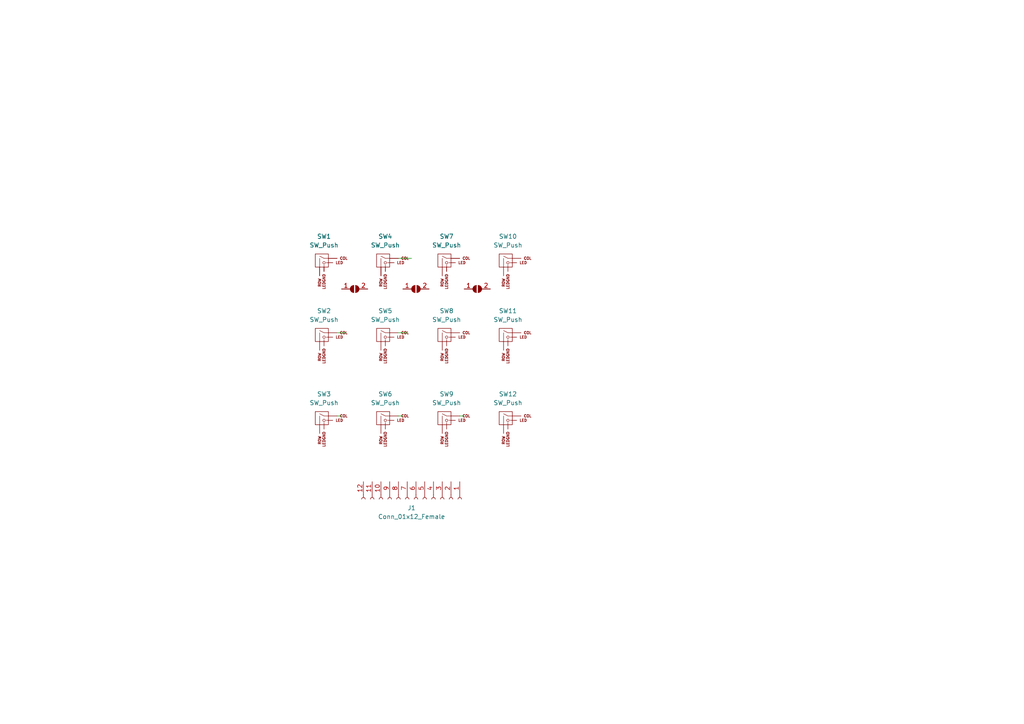
<source format=kicad_sch>
(kicad_sch (version 20211123) (generator eeschema)
  (paper "A4")
  (title_block (title "SomeThing") (rev "1"))
  (lib_symbols
    (symbol "Connector:Conn_01x12_Female" (pin_names (offset 1.016) hide)
      (property "Reference" "J" (at 0 15.24 0))
      (property "Value" "Conn_01x12_Female" (at 0 -17.78 0))
      (symbol "Conn_01x12_Female_1_1"
        (arc (start 0 -14.732) (mid -0.508 -15.24) (end 0 -15.748) (stroke (width 0.1524)))
        (arc (start 0 -12.192) (mid -0.508 -12.7) (end 0 -13.208) (stroke (width 0.1524)))
        (arc (start 0 -9.652) (mid -0.508 -10.16) (end 0 -10.668) (stroke (width 0.1524)))
        (arc (start 0 -7.112) (mid -0.508 -7.62) (end 0 -8.128) (stroke (width 0.1524)))
        (arc (start 0 -4.572) (mid -0.508 -5.08) (end 0 -5.588) (stroke (width 0.1524)))
        (arc (start 0 -2.032) (mid -0.508 -2.54) (end 0 -3.048) (stroke (width 0.1524)))
        (polyline (pts (xy -1.27 -15.24) (xy -0.508 -15.24)) (stroke (width 0.1524)))
        (polyline (pts (xy -1.27 -12.7) (xy -0.508 -12.7)) (stroke (width 0.1524)))
        (polyline (pts (xy -1.27 -10.16) (xy -0.508 -10.16)) (stroke (width 0.1524)))
        (polyline (pts (xy -1.27 -7.62) (xy -0.508 -7.62)) (stroke (width 0.1524)))
        (polyline (pts (xy -1.27 -5.08) (xy -0.508 -5.08)) (stroke (width 0.1524)))
        (polyline (pts (xy -1.27 -2.54) (xy -0.508 -2.54)) (stroke (width 0.1524)))
        (polyline (pts (xy -1.27 0) (xy -0.508 0)) (stroke (width 0.1524)))
        (polyline (pts (xy -1.27 2.54) (xy -0.508 2.54)) (stroke (width 0.1524)))
        (polyline (pts (xy -1.27 5.08) (xy -0.508 5.08)) (stroke (width 0.1524)))
        (polyline (pts (xy -1.27 7.62) (xy -0.508 7.62)) (stroke (width 0.1524)))
        (polyline (pts (xy -1.27 10.16) (xy -0.508 10.16)) (stroke (width 0.1524)))
        (polyline (pts (xy -1.27 12.7) (xy -0.508 12.7)) (stroke (width 0.1524)))
        (arc (start 0 0.508) (mid -0.508 0) (end 0 -0.508) (stroke (width 0.1524)))
        (arc (start 0 3.048) (mid -0.508 2.54) (end 0 2.032) (stroke (width 0.1524)))
        (arc (start 0 5.588) (mid -0.508 5.08) (end 0 4.572) (stroke (width 0.1524)))
        (arc (start 0 8.128) (mid -0.508 7.62) (end 0 7.112) (stroke (width 0.1524)))
        (arc (start 0 10.668) (mid -0.508 10.16) (end 0 9.652) (stroke (width 0.1524)))
        (arc (start 0 13.208) (mid -0.508 12.7) (end 0 12.192) (stroke (width 0.1524)))
        (pin passive line (at -5.08 12.7 0) (length 3.81) (name "Pin_1") (number "1"))
        (pin passive line (at -5.08 -10.16 0) (length 3.81) (name "Pin_10") (number "10"))
        (pin passive line (at -5.08 -12.7 0) (length 3.81) (name "Pin_11") (number "11"))
        (pin passive line (at -5.08 -15.24 0) (length 3.81) (name "Pin_12") (number "12"))
        (pin passive line (at -5.08 10.16 0) (length 3.81) (name "Pin_2") (number "2"))
        (pin passive line (at -5.08 7.62 0) (length 3.81) (name "Pin_3") (number "3"))
        (pin passive line (at -5.08 5.08 0) (length 3.81) (name "Pin_4") (number "4"))
        (pin passive line (at -5.08 2.54 0) (length 3.81) (name "Pin_5") (number "5"))
        (pin passive line (at -5.08 0 0) (length 3.81) (name "Pin_6") (number "6"))
        (pin passive line (at -5.08 -2.54 0) (length 3.81) (name "Pin_7") (number "7"))
        (pin passive line (at -5.08 -5.08 0) (length 3.81) (name "Pin_8") (number "8"))
        (pin passive line (at -5.08 -7.62 0) (length 3.81) (name "Pin_9") (number "9"))
      )
    )
    (symbol "Jumper:SolderJumper_2_Open" (pin_names (offset 0) hide)
      (property "Reference" "JP" (at 0 2.032 0))
      (property "Value" "SolderJumper_2_Open" (at 0 -2.54 0))
      (symbol "SolderJumper_2_Open_0_1"
        (arc (start -0.254 1.016) (mid -1.27 0) (end -0.254 -1.016))
        (arc (start -0.254 1.016) (mid -1.27 0) (end -0.254 -1.016) (fill (type outline)))
        (polyline (pts (xy -0.254 1.016) (xy -0.254 -1.016)))
        (polyline (pts (xy 0.254 1.016) (xy 0.254 -1.016)))
        (arc (start 0.254 -1.016) (mid 1.27 0) (end 0.254 1.016))
        (arc (start 0.254 -1.016) (mid 1.27 0) (end 0.254 1.016) (fill (type outline)))
      )
      (symbol "SolderJumper_2_Open_1_1"
        (pin passive line (at -3.81 0 0) (length 2.54) (name "A") (number "1"))
        (pin passive line (at 3.81 0 180) (length 2.54) (name "B") (number "2"))
      )
    )
    (symbol "MX_Alps_Hybrid:MX-LED" (pin_names (offset 1.016))
      (property "Reference" "MX" (at -0.635 3.81 0))
      (property "Value" "MX-LED" (at -0.635 1.27 0))
      (symbol "MX-LED_0_0"
        (rectangle (start -2.54 2.54) (end 1.27 -1.27))
        (polyline (pts (xy -1.27 -1.27) (xy -1.27 1.27)) (stroke (width 0.127)))
        (polyline (pts (xy 0 -1.27) (xy 0 -0.635)) (stroke (width 0.127)))
        (polyline (pts (xy 1.27 0) (xy 0.635 0)) (stroke (width 0.127)))
        (polyline (pts (xy 1.27 1.27) (xy 0 1.27) (xy -1.27 1.905)) (stroke (width 0.127)))
        (circle (center 0 0) (radius 0.3556) (stroke (width 0.127)))
        (text "COL" (at 5.715 1.27 0) (effects (font (size 0.762 0.762))))
        (text "LED" (at 4.445 0 0) (effects (font (size 0.762 0.762))))
        (text "ROW" (at -1.27 -4.445 900) (effects (font (size 0.762 0.762)) (justify right)))
      )
      (symbol "MX-LED_1_0"
        (text "LEDGND" (at 0 -3.175 900) (effects (font (size 0.762 0.762)) (justify right)))
      )
      (symbol "MX-LED_1_1"
        (pin passive line (at 3.81 1.27 180) (length 2.54) (name "COL") (number "1"))
        (pin passive line (at -1.27 -3.81 90) (length 2.54) (name "ROW") (number "2"))
        (pin input line (at 2.54 0 180) (length 1.27) (name "LED") (number "3"))
        (pin passive line (at 0 -2.54 90) (length 1.27) (name "LEDGND") (number "4"))
      )
    )
  )
  (wire (pts (xy 97.79 96.52) (xy 100.33 96.52)))
  (wire (pts (xy 115.57 120.65) (xy 116.84 120.65)))
  (wire (pts (xy 97.79 120.65) (xy 99.06 120.65)))
  (wire (pts (xy 119.38 74.93) (xy 115.57 74.93)))
  (wire (pts (xy 118.11 96.52) (xy 115.57 96.52)))
  (wire (pts (xy 134.62 120.65) (xy 133.35 120.65)))
  (symbol (lib_id "MX_Alps_Hybrid:MX-LED") (at 93.98 121.92 0) (unit 1)
    (property "Reference" "SW3" (at 93.98 114.3 0))
    (property "Value" "SW_Push" (at 93.98 116.84 0))
    (property "Footprint" "MX_Only:MXOnly-1U" (effects hide))
  )
  (symbol (lib_id "MX_Alps_Hybrid:MX-LED") (at 129.54 97.79 0) (unit 1)
    (property "Reference" "SW8" (at 129.54 90.17 0))
    (property "Value" "SW_Push" (at 129.54 92.71 0))
    (property "Footprint" "MX_Only:MXOnly-1U" (effects hide))
  )
  (symbol (lib_id "Connector:Conn_01x12_Female") (at 120.65 144.78 270) (unit 1)
    (property "Reference" "J1" (at 119.38 147.32 90))
    (property "Value" "Conn_01x12_Female" (at 119.38 149.86 90))
    (property "Footprint" "Connector_PinSocket_1.00mm:PinSocket_1x12_P1.00mm_Vertical" (effects hide))
  )
  (symbol (lib_id "MX_Alps_Hybrid:MX-LED") (at 147.32 121.92 0) (unit 1)
    (property "Reference" "SW12" (at 147.32 114.3 0))
    (property "Value" "SW_Push" (at 147.32 116.84 0))
    (property "Footprint" "MX_Only:MXOnly-1U" (effects hide))
  )
  (symbol (lib_id "Jumper:SolderJumper_2_Open") (at 138.43 83.82 0) (unit 1)
    (property "Reference" "JP?" (effects hide))
    (property "Value" "SolderJumper_2_Open" (effects hide))
    (property "Footprint" "Resistor_SMD:R_0603_1608Metric_Pad0.98x0.95mm_HandSolder" (effects hide))
  )
  (symbol (lib_id "MX_Alps_Hybrid:MX-LED") (at 129.54 121.92 0) (unit 1)
    (property "Reference" "SW9" (at 129.54 114.3 0))
    (property "Value" "SW_Push" (at 129.54 116.84 0))
    (property "Footprint" "MX_Only:MXOnly-1U" (effects hide))
  )
  (symbol (lib_id "MX_Alps_Hybrid:MX-LED") (at 147.32 76.2 0) (unit 1)
    (property "Reference" "SW10" (at 147.32 68.58 0))
    (property "Value" "SW_Push" (at 147.32 71.12 0))
    (property "Footprint" "MX_Only:MXOnly-1U" (effects hide))
  )
  (symbol (lib_id "MX_Alps_Hybrid:MX-LED") (at 129.54 76.2 0) (unit 1)
    (property "Reference" "SW7" (at 129.54 68.58 0))
    (property "Value" "SW_Push" (at 129.54 71.12 0))
    (property "Footprint" "MX_Only:MXOnly-1U" (effects hide))
  )
  (symbol (lib_id "Jumper:SolderJumper_2_Open") (at 120.65 83.82 0) (unit 1)
    (property "Reference" "JP?" (effects hide))
    (property "Value" "SolderJumper_2_Open" (effects hide))
    (property "Footprint" "Resistor_SMD:R_0603_1608Metric_Pad0.98x0.95mm_HandSolder" (effects hide))
  )
  (symbol (lib_id "MX_Alps_Hybrid:MX-LED") (at 93.98 76.2 0) (unit 1)
    (property "Reference" "SW1" (at 93.98 68.58 0))
    (property "Value" "SW_Push" (at 93.98 71.12 0))
    (property "Footprint" "MX_Only:MXOnly-1U" (effects hide))
  )
  (symbol (lib_id "MX_Alps_Hybrid:MX-LED") (at 111.76 121.92 0) (unit 1)
    (property "Reference" "SW6" (at 111.76 114.3 0))
    (property "Value" "SW_Push" (at 111.76 116.84 0))
    (property "Footprint" "MX_Only:MXOnly-1U" (effects hide))
  )
  (symbol (lib_id "MX_Alps_Hybrid:MX-LED") (at 147.32 97.79 0) (unit 1)
    (property "Reference" "SW11" (at 147.32 90.17 0))
    (property "Value" "SW_Push" (at 147.32 92.71 0))
    (property "Footprint" "MX_Only:MXOnly-1U" (effects hide))
  )
  (symbol (lib_id "Jumper:SolderJumper_2_Open") (at 102.87 83.82 0) (unit 1)
    (property "Reference" "JP1" (effects hide))
    (property "Value" "SolderJumper_2_Open" (effects hide))
    (property "Footprint" "Resistor_SMD:R_0603_1608Metric_Pad0.98x0.95mm_HandSolder" (effects hide))
  )
  (symbol (lib_id "MX_Alps_Hybrid:MX-LED") (at 93.98 97.79 0) (unit 1)
    (property "Reference" "SW2" (at 93.98 90.17 0))
    (property "Value" "SW_Push" (at 93.98 92.71 0))
    (property "Footprint" "MX_Only:MXOnly-1U" (effects hide))
  )
  (symbol (lib_id "MX_Alps_Hybrid:MX-LED") (at 111.76 97.79 0) (unit 1)
    (property "Reference" "SW5" (at 111.76 90.17 0))
    (property "Value" "SW_Push" (at 111.76 92.71 0))
    (property "Footprint" "MX_Only:MXOnly-1U" (effects hide))
  )
  (symbol (lib_id "MX_Alps_Hybrid:MX-LED") (at 111.76 76.2 0) (unit 1)
    (property "Reference" "SW4" (at 111.76 68.58 0))
    (property "Value" "SW_Push" (at 111.76 71.12 0))
    (property "Footprint" "MX_Only:MXOnly-1U" (effects hide))
  )
)
</source>
